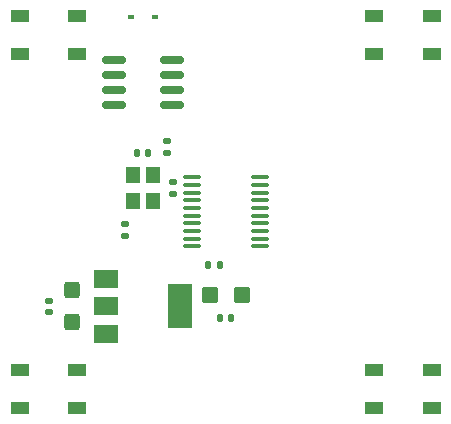
<source format=gbr>
%TF.GenerationSoftware,KiCad,Pcbnew,6.0.5+dfsg-1~bpo11+1*%
%TF.CreationDate,2022-08-22T22:12:17+00:00*%
%TF.ProjectId,LEDcube,4c454463-7562-4652-9e6b-696361645f70,rev?*%
%TF.SameCoordinates,Original*%
%TF.FileFunction,Paste,Top*%
%TF.FilePolarity,Positive*%
%FSLAX46Y46*%
G04 Gerber Fmt 4.6, Leading zero omitted, Abs format (unit mm)*
G04 Created by KiCad (PCBNEW 6.0.5+dfsg-1~bpo11+1) date 2022-08-22 22:12:17*
%MOMM*%
%LPD*%
G01*
G04 APERTURE LIST*
G04 Aperture macros list*
%AMRoundRect*
0 Rectangle with rounded corners*
0 $1 Rounding radius*
0 $2 $3 $4 $5 $6 $7 $8 $9 X,Y pos of 4 corners*
0 Add a 4 corners polygon primitive as box body*
4,1,4,$2,$3,$4,$5,$6,$7,$8,$9,$2,$3,0*
0 Add four circle primitives for the rounded corners*
1,1,$1+$1,$2,$3*
1,1,$1+$1,$4,$5*
1,1,$1+$1,$6,$7*
1,1,$1+$1,$8,$9*
0 Add four rect primitives between the rounded corners*
20,1,$1+$1,$2,$3,$4,$5,0*
20,1,$1+$1,$4,$5,$6,$7,0*
20,1,$1+$1,$6,$7,$8,$9,0*
20,1,$1+$1,$8,$9,$2,$3,0*%
G04 Aperture macros list end*
%ADD10RoundRect,0.140000X0.140000X0.170000X-0.140000X0.170000X-0.140000X-0.170000X0.140000X-0.170000X0*%
%ADD11R,1.500000X1.000000*%
%ADD12RoundRect,0.140000X0.170000X-0.140000X0.170000X0.140000X-0.170000X0.140000X-0.170000X-0.140000X0*%
%ADD13R,1.200000X1.400000*%
%ADD14RoundRect,0.100000X-0.637500X-0.100000X0.637500X-0.100000X0.637500X0.100000X-0.637500X0.100000X0*%
%ADD15R,0.600000X0.450000*%
%ADD16RoundRect,0.250000X0.425000X-0.450000X0.425000X0.450000X-0.425000X0.450000X-0.425000X-0.450000X0*%
%ADD17RoundRect,0.135000X-0.185000X0.135000X-0.185000X-0.135000X0.185000X-0.135000X0.185000X0.135000X0*%
%ADD18R,2.000000X1.500000*%
%ADD19R,2.000000X3.800000*%
%ADD20RoundRect,0.135000X0.185000X-0.135000X0.185000X0.135000X-0.185000X0.135000X-0.185000X-0.135000X0*%
%ADD21RoundRect,0.140000X-0.170000X0.140000X-0.170000X-0.140000X0.170000X-0.140000X0.170000X0.140000X0*%
%ADD22RoundRect,0.250000X-0.450000X-0.425000X0.450000X-0.425000X0.450000X0.425000X-0.450000X0.425000X0*%
%ADD23RoundRect,0.150000X-0.825000X-0.150000X0.825000X-0.150000X0.825000X0.150000X-0.825000X0.150000X0*%
%ADD24RoundRect,0.135000X0.135000X0.185000X-0.135000X0.185000X-0.135000X-0.185000X0.135000X-0.185000X0*%
G04 APERTURE END LIST*
D10*
%TO.C,C104*%
X100480000Y-109000000D03*
X99520000Y-109000000D03*
%TD*%
D11*
%TO.C,D105*%
X112550000Y-113400000D03*
X112550000Y-116600000D03*
X117450000Y-116600000D03*
X117450000Y-113400000D03*
%TD*%
D12*
%TO.C,C106*%
X91500000Y-102000000D03*
X91500000Y-101040000D03*
%TD*%
D13*
%TO.C,Y101*%
X93850000Y-99100000D03*
X93850000Y-96900000D03*
X92150000Y-96900000D03*
X92150000Y-99100000D03*
%TD*%
D10*
%TO.C,C105*%
X93460000Y-95000000D03*
X92500000Y-95000000D03*
%TD*%
D14*
%TO.C,U102*%
X97137500Y-97075000D03*
X97137500Y-97725000D03*
X97137500Y-98375000D03*
X97137500Y-99025000D03*
X97137500Y-99675000D03*
X97137500Y-100325000D03*
X97137500Y-100975000D03*
X97137500Y-101625000D03*
X97137500Y-102275000D03*
X97137500Y-102925000D03*
X102862500Y-102925000D03*
X102862500Y-102275000D03*
X102862500Y-101625000D03*
X102862500Y-100975000D03*
X102862500Y-100325000D03*
X102862500Y-99675000D03*
X102862500Y-99025000D03*
X102862500Y-98375000D03*
X102862500Y-97725000D03*
X102862500Y-97075000D03*
%TD*%
D15*
%TO.C,D101*%
X91950000Y-83500000D03*
X94050000Y-83500000D03*
%TD*%
D16*
%TO.C,C101*%
X87000000Y-109350000D03*
X87000000Y-106650000D03*
%TD*%
D17*
%TO.C,R103*%
X95500000Y-97500000D03*
X95500000Y-98520000D03*
%TD*%
D18*
%TO.C,U101*%
X89850000Y-105700000D03*
D19*
X96150000Y-108000000D03*
D18*
X89850000Y-108000000D03*
X89850000Y-110300000D03*
%TD*%
D11*
%TO.C,D104*%
X82550000Y-113400000D03*
X82550000Y-116600000D03*
X87450000Y-116600000D03*
X87450000Y-113400000D03*
%TD*%
%TO.C,D102*%
X112550000Y-83400000D03*
X112550000Y-86600000D03*
X117450000Y-86600000D03*
X117450000Y-83400000D03*
%TD*%
D20*
%TO.C,R102*%
X95000000Y-95010000D03*
X95000000Y-93990000D03*
%TD*%
D21*
%TO.C,C102*%
X85000000Y-107520000D03*
X85000000Y-108480000D03*
%TD*%
D22*
%TO.C,C103*%
X98650000Y-107000000D03*
X101350000Y-107000000D03*
%TD*%
D23*
%TO.C,U103*%
X90505000Y-87095000D03*
X90505000Y-88365000D03*
X90505000Y-89635000D03*
X90505000Y-90905000D03*
X95455000Y-90905000D03*
X95455000Y-89635000D03*
X95455000Y-88365000D03*
X95455000Y-87095000D03*
%TD*%
D24*
%TO.C,R101*%
X99500000Y-104500000D03*
X98480000Y-104500000D03*
%TD*%
D11*
%TO.C,D103*%
X82550000Y-83400000D03*
X82550000Y-86600000D03*
X87450000Y-86600000D03*
X87450000Y-83400000D03*
%TD*%
M02*

</source>
